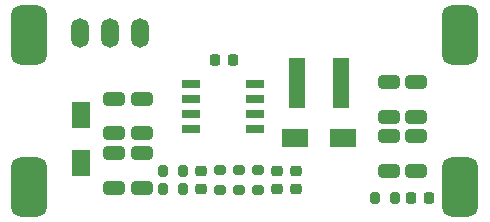
<source format=gbr>
%TF.GenerationSoftware,KiCad,Pcbnew,8.0.1*%
%TF.CreationDate,2024-10-05T18:53:12+08:00*%
%TF.ProjectId,TPS54331_EVA_Board,54505335-3433-4333-915f-4556415f426f,rev?*%
%TF.SameCoordinates,Original*%
%TF.FileFunction,Soldermask,Top*%
%TF.FilePolarity,Negative*%
%FSLAX46Y46*%
G04 Gerber Fmt 4.6, Leading zero omitted, Abs format (unit mm)*
G04 Created by KiCad (PCBNEW 8.0.1) date 2024-10-05 18:53:12*
%MOMM*%
%LPD*%
G01*
G04 APERTURE LIST*
G04 Aperture macros list*
%AMRoundRect*
0 Rectangle with rounded corners*
0 $1 Rounding radius*
0 $2 $3 $4 $5 $6 $7 $8 $9 X,Y pos of 4 corners*
0 Add a 4 corners polygon primitive as box body*
4,1,4,$2,$3,$4,$5,$6,$7,$8,$9,$2,$3,0*
0 Add four circle primitives for the rounded corners*
1,1,$1+$1,$2,$3*
1,1,$1+$1,$4,$5*
1,1,$1+$1,$6,$7*
1,1,$1+$1,$8,$9*
0 Add four rect primitives between the rounded corners*
20,1,$1+$1,$2,$3,$4,$5,0*
20,1,$1+$1,$4,$5,$6,$7,0*
20,1,$1+$1,$6,$7,$8,$9,0*
20,1,$1+$1,$8,$9,$2,$3,0*%
G04 Aperture macros list end*
%ADD10RoundRect,0.225000X-0.250000X0.225000X-0.250000X-0.225000X0.250000X-0.225000X0.250000X0.225000X0*%
%ADD11R,1.550000X2.200000*%
%ADD12R,1.400000X4.200000*%
%ADD13RoundRect,0.250000X-0.650000X0.325000X-0.650000X-0.325000X0.650000X-0.325000X0.650000X0.325000X0*%
%ADD14RoundRect,0.225000X0.250000X-0.225000X0.250000X0.225000X-0.250000X0.225000X-0.250000X-0.225000X0*%
%ADD15R,2.200000X1.550000*%
%ADD16RoundRect,0.250000X0.650000X-0.325000X0.650000X0.325000X-0.650000X0.325000X-0.650000X-0.325000X0*%
%ADD17RoundRect,0.225000X-0.225000X-0.250000X0.225000X-0.250000X0.225000X0.250000X-0.225000X0.250000X0*%
%ADD18RoundRect,0.750000X-0.750000X-1.750000X0.750000X-1.750000X0.750000X1.750000X-0.750000X1.750000X0*%
%ADD19O,1.500000X2.500000*%
%ADD20R,1.525000X0.650000*%
%ADD21RoundRect,0.200000X-0.200000X-0.275000X0.200000X-0.275000X0.200000X0.275000X-0.200000X0.275000X0*%
%ADD22RoundRect,0.200000X0.275000X-0.200000X0.275000X0.200000X-0.275000X0.200000X-0.275000X-0.200000X0*%
%ADD23RoundRect,0.218750X0.218750X0.256250X-0.218750X0.256250X-0.218750X-0.256250X0.218750X-0.256250X0*%
%ADD24RoundRect,0.200000X-0.275000X0.200000X-0.275000X-0.200000X0.275000X-0.200000X0.275000X0.200000X0*%
G04 APERTURE END LIST*
D10*
%TO.C,C1*%
X114050000Y-84500000D03*
X114050000Y-86050000D03*
%TD*%
D11*
%TO.C,D1*%
X97500000Y-83850000D03*
X97500000Y-79750000D03*
%TD*%
D12*
%TO.C,L2*%
X115750000Y-77050000D03*
X119450000Y-77050000D03*
%TD*%
D13*
%TO.C,C12*%
X102600000Y-83000000D03*
X102600000Y-85950000D03*
%TD*%
D10*
%TO.C,C2*%
X115650000Y-84500000D03*
X115650000Y-86050000D03*
%TD*%
D14*
%TO.C,C11*%
X107650000Y-86050000D03*
X107650000Y-84500000D03*
%TD*%
D15*
%TO.C,D3*%
X115550000Y-81750000D03*
X119650000Y-81750000D03*
%TD*%
D13*
%TO.C,C14*%
X100300000Y-83000000D03*
X100300000Y-85950000D03*
%TD*%
D16*
%TO.C,C3*%
X102600000Y-81355000D03*
X102600000Y-78405000D03*
%TD*%
D17*
%TO.C,C10*%
X108775000Y-75100000D03*
X110325000Y-75100000D03*
%TD*%
D16*
%TO.C,C13*%
X100300000Y-81355000D03*
X100300000Y-78405000D03*
%TD*%
D18*
%TO.C,J1*%
X93100000Y-73000000D03*
X93100000Y-85900000D03*
%TD*%
D19*
%TO.C,S1*%
X102490000Y-72850000D03*
X99950000Y-72850000D03*
X97410000Y-72850000D03*
%TD*%
D13*
%TO.C,C17*%
X125850000Y-81600000D03*
X125850000Y-84550000D03*
%TD*%
D20*
%TO.C,IC2*%
X106788000Y-77145000D03*
X106788000Y-78415000D03*
X106788000Y-79685000D03*
X106788000Y-80955000D03*
X112212000Y-80955000D03*
X112212000Y-79685000D03*
X112212000Y-78415000D03*
X112212000Y-77145000D03*
%TD*%
D21*
%TO.C,R6*%
X122387500Y-86850000D03*
X124037500Y-86850000D03*
%TD*%
%TO.C,R3*%
X104425000Y-84530000D03*
X106075000Y-84530000D03*
%TD*%
D16*
%TO.C,C16*%
X123550000Y-79950000D03*
X123550000Y-77000000D03*
%TD*%
D22*
%TO.C,R5*%
X112450000Y-86100000D03*
X112450000Y-84450000D03*
%TD*%
D16*
%TO.C,C18*%
X125850000Y-79950000D03*
X125850000Y-77000000D03*
%TD*%
D21*
%TO.C,R4*%
X104425000Y-86030000D03*
X106075000Y-86030000D03*
%TD*%
D18*
%TO.C,J2*%
X129600000Y-73000000D03*
X129600000Y-85900000D03*
%TD*%
D13*
%TO.C,C15*%
X123550000Y-81600000D03*
X123550000Y-84550000D03*
%TD*%
D22*
%TO.C,R1*%
X109250000Y-86100000D03*
X109250000Y-84450000D03*
%TD*%
D23*
%TO.C,D2*%
X126975000Y-86850000D03*
X125400000Y-86850000D03*
%TD*%
D24*
%TO.C,R2*%
X110850000Y-84450000D03*
X110850000Y-86100000D03*
%TD*%
M02*

</source>
